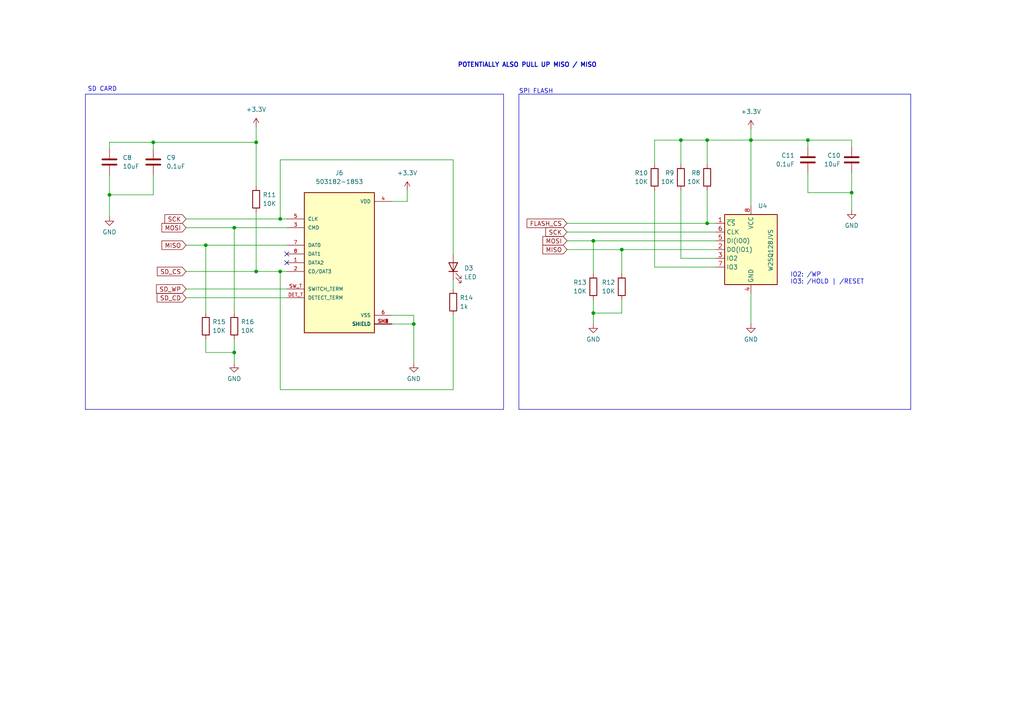
<source format=kicad_sch>
(kicad_sch (version 20230121) (generator eeschema)
  (paper "A4")
  (title_block (title "Memory") (date "2023-02-08") (rev "0.19") (company "AK74"))
  (lib_symbols
    (symbol "Device:C" (pin_numbers hide) (pin_names (offset 0.254))
      (property "Reference" "C" (at 0.635 2.54 0))
      (property "Value" "C" (at 0.635 -2.54 0))
      (symbol "C_0_1"
        (polyline (pts (xy -2.032 -0.762) (xy 2.032 -0.762)) (stroke (width 0.508)))
        (polyline (pts (xy -2.032 0.762) (xy 2.032 0.762)) (stroke (width 0.508)))
      )
      (symbol "C_1_1"
        (pin passive line (at 0 3.81 270) (length 2.794) (name "~") (number "1"))
        (pin passive line (at 0 -3.81 90) (length 2.794) (name "~") (number "2"))
      )
    )
    (symbol "Device:LED" (pin_numbers hide) (pin_names (offset 1.016) hide)
      (property "Reference" "D" (at 0 2.54 0))
      (property "Value" "LED" (at 0 -2.54 0))
      (symbol "LED_0_1"
        (polyline (pts (xy -1.27 -1.27) (xy -1.27 1.27)) (stroke (width 0.254)))
        (polyline (pts (xy -1.27 0) (xy 1.27 0)))
        (polyline (pts (xy 1.27 -1.27) (xy 1.27 1.27) (xy -1.27 0) (xy 1.27 -1.27)) (stroke (width 0.254)))
        (polyline (pts (xy -3.048 -0.762) (xy -4.572 -2.286) (xy -3.81 -2.286) (xy -4.572 -2.286) (xy -4.572 -1.524)))
        (polyline (pts (xy -1.778 -0.762) (xy -3.302 -2.286) (xy -2.54 -2.286) (xy -3.302 -2.286) (xy -3.302 -1.524)))
      )
      (symbol "LED_1_1"
        (pin passive line (at -3.81 0 0) (length 2.54) (name "K") (number "1"))
        (pin passive line (at 3.81 0 180) (length 2.54) (name "A") (number "2"))
      )
    )
    (symbol "Device:R" (pin_numbers hide) (pin_names (offset 0))
      (property "Reference" "R" (at 2.032 0 90))
      (property "Value" "R" (at 0 0 90))
      (symbol "R_0_1"
        (rectangle (start -1.016 -2.54) (end 1.016 2.54) (stroke (width 0.254)))
      )
      (symbol "R_1_1"
        (pin passive line (at 0 3.81 270) (length 1.27) (name "~") (number "1"))
        (pin passive line (at 0 -3.81 90) (length 1.27) (name "~") (number "2"))
      )
    )
    (symbol "W25Q128JVS_1"
      (property "Reference" "U" (at -8.89 8.89 0))
      (property "Value" "W25Q128JVS" (at 7.62 8.89 0))
      (symbol "W25Q128JVS_1_0_1"
        (rectangle (start -7.62 10.16) (end 7.62 -10.16) (stroke (width 0.254)) (fill (type background)))
      )
      (symbol "W25Q128JVS_1_1_1"
        (pin input line (at -10.16 7.62 0) (length 2.54) (name "~{CS}") (number "1"))
        (pin bidirectional line (at -10.16 0 0) (length 2.54) (name "DO(IO1)") (number "2"))
        (pin bidirectional line (at -10.16 -2.54 0) (length 2.54) (name "IO2") (number "3"))
        (pin power_in line (at 0 -12.7 90) (length 2.54) (name "GND") (number "4"))
        (pin bidirectional line (at -10.16 2.54 0) (length 2.54) (name "DI(IO0)") (number "5"))
        (pin input line (at -10.16 5.08 0) (length 2.54) (name "CLK") (number "6"))
        (pin bidirectional line (at -10.16 -5.08 0) (length 2.54) (name "IO3") (number "7"))
        (pin power_in line (at 0 12.7 270) (length 2.54) (name "VCC") (number "8"))
      )
    )
    (symbol "ak74:503182-1853" (pin_names (offset 1.016))
      (property "Reference" "J" (at -10.1769 20.9899 0))
      (property "Value" "503182-1853" (at -10.1645 -22.8702 0))
      (symbol "503182-1853_0_0"
        (rectangle (start -10.16 -20.32) (end 10.16 20.32) (stroke (width 0.254)) (fill (type background)))
        (pin passive line (at -15.24 0 0) (length 5.08) (name "DATA2") (number "1"))
        (pin passive line (at -15.24 -2.54 0) (length 5.08) (name "CD/DAT3") (number "2"))
        (pin passive line (at -15.24 10.16 0) (length 5.08) (name "CMD") (number "3"))
        (pin passive line (at 15.24 17.78 180) (length 5.08) (name "VDD") (number "4"))
        (pin passive line (at -15.24 12.7 0) (length 5.08) (name "CLK") (number "5"))
        (pin passive line (at 15.24 -15.24 180) (length 5.08) (name "VSS") (number "6"))
        (pin passive line (at -15.24 5.08 0) (length 5.08) (name "DAT0") (number "7"))
        (pin passive line (at -15.24 2.54 0) (length 5.08) (name "DAT1") (number "8"))
        (pin passive line (at -15.24 -10.16 0) (length 5.08) (name "DETECT_TERM") (number "DET_T"))
        (pin passive line (at 15.24 -17.78 180) (length 5.08) (name "SHIELD") (number "SH1"))
        (pin passive line (at 15.24 -17.78 180) (length 5.08) (name "SHIELD") (number "SH2"))
        (pin passive line (at 15.24 -17.78 180) (length 5.08) (name "SHIELD") (number "SH3"))
        (pin passive line (at 15.24 -17.78 180) (length 5.08) (name "SHIELD") (number "SH4"))
        (pin passive line (at 15.24 -17.78 180) (length 5.08) (name "SHIELD") (number "SH5"))
        (pin passive line (at -15.24 -7.62 0) (length 5.08) (name "SWITCH_TERM") (number "SW_T"))
      )
    )
    (symbol "power:+3.3V" (power) (pin_names (offset 0))
      (property "Value" "+3.3V" (at 0 3.556 0))
      (symbol "+3.3V_0_1"
        (polyline (pts (xy -0.762 1.27) (xy 0 2.54)))
        (polyline (pts (xy 0 0) (xy 0 2.54)))
        (polyline (pts (xy 0 2.54) (xy 0.762 1.27)))
      )
      (symbol "+3.3V_1_1"
        (pin power_in line (at 0 0 90) (length 0) hide (name "+3.3V") (number "1"))
      )
    )
    (symbol "power:GND" (power) (pin_names (offset 0))
      (property "Value" "GND" (at 0 -3.81 0))
      (symbol "GND_0_1"
        (polyline (pts (xy 0 0) (xy 0 -1.27) (xy 1.27 -1.27) (xy 0 -2.54) (xy -1.27 -1.27) (xy 0 -1.27)))
      )
      (symbol "GND_1_1"
        (pin power_in line (at 0 0 270) (length 0) hide (name "GND") (number "1"))
      )
    )
  )
  (junction (at 120.015 93.98))
  (junction (at 172.085 69.85))
  (junction (at 172.085 90.805))
  (junction (at 81.28 63.5))
  (junction (at 205.105 40.64))
  (junction (at 67.945 102.235))
  (junction (at 247.015 55.88))
  (junction (at 180.34 72.39))
  (junction (at 234.315 40.64))
  (junction (at 217.805 40.64))
  (junction (at 67.945 66.04))
  (junction (at 31.75 56.515))
  (junction (at 74.295 78.74))
  (junction (at 44.45 41.275))
  (junction (at 205.105 64.77))
  (junction (at 81.28 78.74))
  (junction (at 59.69 71.12))
  (junction (at 197.485 40.64))
  (junction (at 74.295 41.275))
  (no_connect (at 83.185 73.66))
  (no_connect (at 83.185 76.2))
  (wire (pts (xy 197.485 40.64) (xy 205.105 40.64)))
  (wire (pts (xy 172.085 69.85) (xy 207.645 69.85)))
  (wire (pts (xy 172.085 69.85) (xy 172.085 79.375)))
  (wire (pts (xy 234.315 40.64) (xy 234.315 42.545)))
  (wire (pts (xy 164.465 72.39) (xy 180.34 72.39)))
  (wire (pts (xy 197.485 55.245) (xy 197.485 74.93)))
  (wire (pts (xy 59.69 102.235) (xy 67.945 102.235)))
  (wire (pts (xy 164.465 69.85) (xy 172.085 69.85)))
  (polyline (pts (xy 150.495 118.745) (xy 264.16 118.745)))
  (wire (pts (xy 247.015 55.88) (xy 247.015 60.96)))
  (wire (pts (xy 131.445 91.44) (xy 131.445 113.03)))
  (wire (pts (xy 81.28 78.74) (xy 83.185 78.74)))
  (wire (pts (xy 44.45 41.275) (xy 44.45 43.18)))
  (polyline (pts (xy 24.765 118.745) (xy 146.05 118.745)))
  (wire (pts (xy 205.105 64.77) (xy 207.645 64.77)))
  (wire (pts (xy 180.34 72.39) (xy 180.34 79.375)))
  (wire (pts (xy 120.015 91.44) (xy 120.015 93.98)))
  (wire (pts (xy 53.975 78.74) (xy 74.295 78.74)))
  (wire (pts (xy 59.69 71.12) (xy 59.69 90.805)))
  (wire (pts (xy 81.28 46.355) (xy 81.28 63.5)))
  (wire (pts (xy 131.445 81.28) (xy 131.445 83.82)))
  (wire (pts (xy 217.805 40.64) (xy 217.805 59.69)))
  (wire (pts (xy 131.445 113.03) (xy 81.28 113.03)))
  (wire (pts (xy 59.69 98.425) (xy 59.69 102.235)))
  (wire (pts (xy 31.75 50.8) (xy 31.75 56.515)))
  (wire (pts (xy 74.295 78.74) (xy 81.28 78.74)))
  (wire (pts (xy 53.975 83.82) (xy 83.185 83.82)))
  (wire (pts (xy 164.465 67.31) (xy 207.645 67.31)))
  (polyline (pts (xy 24.765 27.305) (xy 146.05 27.305)))
  (wire (pts (xy 53.975 86.36) (xy 83.185 86.36)))
  (wire (pts (xy 67.945 66.04) (xy 83.185 66.04)))
  (wire (pts (xy 205.105 40.64) (xy 205.105 47.625)))
  (wire (pts (xy 247.015 50.165) (xy 247.015 55.88)))
  (wire (pts (xy 120.015 93.98) (xy 120.015 105.41)))
  (wire (pts (xy 31.75 43.18) (xy 31.75 41.275)))
  (wire (pts (xy 53.975 63.5) (xy 81.28 63.5)))
  (polyline (pts (xy 150.495 27.305) (xy 264.16 27.305)))
  (wire (pts (xy 131.445 46.355) (xy 131.445 73.66)))
  (wire (pts (xy 180.34 90.805) (xy 172.085 90.805)))
  (wire (pts (xy 189.865 40.64) (xy 197.485 40.64)))
  (wire (pts (xy 31.75 41.275) (xy 44.45 41.275)))
  (wire (pts (xy 247.015 42.545) (xy 247.015 40.64)))
  (wire (pts (xy 59.69 71.12) (xy 83.185 71.12)))
  (wire (pts (xy 118.11 55.245) (xy 118.11 58.42)))
  (wire (pts (xy 74.295 61.595) (xy 74.295 78.74)))
  (wire (pts (xy 172.085 90.805) (xy 172.085 93.98)))
  (wire (pts (xy 113.665 93.98) (xy 120.015 93.98)))
  (wire (pts (xy 74.295 36.83) (xy 74.295 41.275)))
  (wire (pts (xy 180.34 72.39) (xy 207.645 72.39)))
  (wire (pts (xy 197.485 40.64) (xy 197.485 47.625)))
  (wire (pts (xy 53.975 66.04) (xy 67.945 66.04)))
  (wire (pts (xy 74.295 41.275) (xy 74.295 53.975)))
  (wire (pts (xy 31.75 56.515) (xy 44.45 56.515)))
  (wire (pts (xy 67.945 98.425) (xy 67.945 102.235)))
  (wire (pts (xy 180.34 86.995) (xy 180.34 90.805)))
  (wire (pts (xy 113.665 58.42) (xy 118.11 58.42)))
  (wire (pts (xy 247.015 40.64) (xy 234.315 40.64)))
  (wire (pts (xy 113.665 91.44) (xy 120.015 91.44)))
  (wire (pts (xy 164.465 64.77) (xy 205.105 64.77)))
  (polyline (pts (xy 264.16 118.745) (xy 264.16 27.305)))
  (wire (pts (xy 217.805 37.465) (xy 217.805 40.64)))
  (wire (pts (xy 217.805 85.09) (xy 217.805 93.98)))
  (wire (pts (xy 131.445 46.355) (xy 81.28 46.355)))
  (wire (pts (xy 67.945 102.235) (xy 67.945 105.41)))
  (wire (pts (xy 207.645 74.93) (xy 197.485 74.93)))
  (wire (pts (xy 81.28 63.5) (xy 83.185 63.5)))
  (polyline (pts (xy 146.05 118.745) (xy 146.05 27.305)))
  (wire (pts (xy 207.645 77.47) (xy 189.865 77.47)))
  (wire (pts (xy 189.865 55.245) (xy 189.865 77.47)))
  (wire (pts (xy 205.105 40.64) (xy 217.805 40.64)))
  (wire (pts (xy 217.805 40.64) (xy 234.315 40.64)))
  (wire (pts (xy 247.015 55.88) (xy 234.315 55.88)))
  (polyline (pts (xy 24.765 27.305) (xy 24.765 118.745)))
  (wire (pts (xy 31.75 56.515) (xy 31.75 62.865)))
  (wire (pts (xy 234.315 55.88) (xy 234.315 50.165)))
  (wire (pts (xy 44.45 56.515) (xy 44.45 50.8)))
  (wire (pts (xy 81.28 113.03) (xy 81.28 78.74)))
  (wire (pts (xy 67.945 66.04) (xy 67.945 90.805)))
  (wire (pts (xy 44.45 41.275) (xy 74.295 41.275)))
  (wire (pts (xy 205.105 55.245) (xy 205.105 64.77)))
  (polyline (pts (xy 150.495 27.305) (xy 150.495 118.745)))
  (wire (pts (xy 189.865 40.64) (xy 189.865 47.625)))
  (wire (pts (xy 53.975 71.12) (xy 59.69 71.12)))
  (wire (pts (xy 172.085 86.995) (xy 172.085 90.805)))
  (text "SD CARD" (at 25.4 26.67 0) (effects (font (size 1.27 1.27)) (justify left bottom)))
  (text "IO2: /WP\nIO3: /HOLD | /RESET" (at 229.235 82.55 0) (effects (font (size 1.27 1.27)) (justify left bottom)))
  (text "POTENTIALLY ALSO PULL UP MISO / MISO" (at 132.715 19.685 0) (effects (font (size 1.27 1.27) (thickness 0.254) bold) (justify left bottom)))
  (text "SPI FLASH" (at 150.495 27.305 0) (effects (font (size 1.27 1.27)) (justify left bottom)))
  (global_label "SD_CS" (shape input) (at 53.975 78.74 180) (property "Intersheetrefs" "${INTERSHEET_REFS}" (effects hide)))
  (global_label "FLASH_CS" (shape input) (at 164.465 64.77 180) (property "Intersheetrefs" "${INTERSHEET_REFS}" (effects hide)))
  (global_label "SCK" (shape input) (at 53.975 63.5 180) (property "Intersheetrefs" "${INTERSHEET_REFS}" (effects hide)))
  (global_label "MOSI" (shape input) (at 53.975 66.04 180) (property "Intersheetrefs" "${INTERSHEET_REFS}" (effects hide)))
  (global_label "MISO" (shape input) (at 53.975 71.12 180) (property "Intersheetrefs" "${INTERSHEET_REFS}" (effects hide)))
  (global_label "SCK" (shape input) (at 164.465 67.31 180) (property "Intersheetrefs" "${INTERSHEET_REFS}" (effects hide)))
  (global_label "SD_WP" (shape input) (at 53.975 83.82 180) (property "Intersheetrefs" "${INTERSHEET_REFS}" (effects hide)))
  (global_label "SD_CD" (shape input) (at 53.975 86.36 180) (property "Intersheetrefs" "${INTERSHEET_REFS}" (effects hide)))
  (global_label "MOSI" (shape input) (at 164.465 69.85 180) (property "Intersheetrefs" "${INTERSHEET_REFS}" (effects hide)))
  (global_label "MISO" (shape input) (at 164.465 72.39 180) (property "Intersheetrefs" "${INTERSHEET_REFS}" (effects hide)))
  (symbol (lib_id "Device:R") (at 205.105 51.435 0) (mirror y) (unit 1)
    (property "Reference" "R8" (at 203.2 50.1649 0) (effects (justify left)))
    (property "Value" "10K" (at 203.2 52.7049 0) (effects (justify left)))
    (property "Footprint" "Resistor_SMD:R_0603_1608Metric_Pad0.98x0.95mm_HandSolder" (effects hide))
  )
  (symbol (lib_id "power:+3.3V") (at 217.805 37.465 0) (unit 1)
    (property "Reference" "#PWR025" (effects hide))
    (property "Value" "+3.3V" (at 217.805 32.385 0))
  )
  (symbol (lib_id "Device:R") (at 131.445 87.63 0) (unit 1)
    (property "Reference" "R14" (at 133.35 86.3599 0) (effects (justify left)))
    (property "Value" "1k" (at 133.35 88.8999 0) (effects (justify left)))
    (property "Footprint" "Resistor_SMD:R_0603_1608Metric_Pad0.98x0.95mm_HandSolder" (effects hide))
  )
  (symbol (lib_id "ak74:503182-1853") (at 98.425 76.2 0) (unit 1)
    (property "Reference" "J6" (at 98.425 50.165 0))
    (property "Value" "503182-1853" (at 98.425 52.705 0))
    (property "Footprint" "ak74:MOLEX_503182-1853-2" (effects hide))
    (property "STANDARD" "Manufacturer Recommendations" (effects hide))
    (property "MANUFACTURER" "MOLEX" (effects hide))
    (property "PARTREV" "G" (effects hide))
    (property "LCSC" "C266617" (effects hide))
  )
  (symbol (lib_id "power:GND") (at 172.085 93.98 0) (mirror y) (unit 1)
    (property "Reference" "#PWR030" (effects hide))
    (property "Value" "GND" (at 172.085 98.425 0))
  )
  (symbol (lib_id "power:GND") (at 67.945 105.41 0) (unit 1)
    (property "Reference" "#PWR031" (effects hide))
    (property "Value" "GND" (at 67.945 109.855 0))
  )
  (symbol (lib_id "power:+3.3V") (at 74.295 36.83 0) (unit 1)
    (property "Reference" "#PWR024" (effects hide))
    (property "Value" "+3.3V" (at 74.295 31.75 0))
  )
  (symbol (lib_id "Device:R") (at 180.34 83.185 0) (mirror y) (unit 1)
    (property "Reference" "R12" (at 178.435 81.9149 0) (effects (justify left)))
    (property "Value" "10K" (at 178.435 84.4549 0) (effects (justify left)))
    (property "Footprint" "Resistor_SMD:R_0603_1608Metric_Pad0.98x0.95mm_HandSolder" (effects hide))
  )
  (symbol (lib_id "Device:R") (at 59.69 94.615 0) (unit 1)
    (property "Reference" "R15" (at 61.595 93.3449 0) (effects (justify left)))
    (property "Value" "10K" (at 61.595 95.8849 0) (effects (justify left)))
    (property "Footprint" "Resistor_SMD:R_0603_1608Metric_Pad0.98x0.95mm_HandSolder" (effects hide))
  )
  (symbol (lib_id "power:+3.3V") (at 118.11 55.245 0) (unit 1)
    (property "Reference" "#PWR026" (effects hide))
    (property "Value" "+3.3V" (at 118.11 50.165 0))
  )
  (symbol (lib_id "Device:C") (at 247.015 46.355 0) (unit 1)
    (property "Reference" "C10" (at 243.84 45.0849 0) (effects (justify right)))
    (property "Value" "10uF" (at 243.84 47.6249 0) (effects (justify right)))
    (property "Footprint" "Capacitor_SMD:C_0603_1608Metric_Pad1.08x0.95mm_HandSolder" (effects hide))
  )
  (symbol (lib_id "Device:R") (at 172.085 83.185 0) (mirror y) (unit 1)
    (property "Reference" "R13" (at 170.18 81.9149 0) (effects (justify left)))
    (property "Value" "10K" (at 170.18 84.4549 0) (effects (justify left)))
    (property "Footprint" "Resistor_SMD:R_0603_1608Metric_Pad0.98x0.95mm_HandSolder" (effects hide))
  )
  (symbol (lib_id "power:GND") (at 31.75 62.865 0) (unit 1)
    (property "Reference" "#PWR027" (effects hide))
    (property "Value" "GND" (at 31.75 67.31 0))
  )
  (symbol (lib_id "power:GND") (at 120.015 105.41 0) (unit 1)
    (property "Reference" "#PWR032" (effects hide))
    (property "Value" "GND" (at 120.015 109.855 0))
  )
  (symbol (lib_id "Device:C") (at 234.315 46.355 0) (mirror y) (unit 1)
    (property "Reference" "C11" (at 230.505 45.0849 0) (effects (justify left)))
    (property "Value" "0.1uF" (at 230.505 47.6249 0) (effects (justify left)))
    (property "Footprint" "Capacitor_SMD:C_0603_1608Metric_Pad1.08x0.95mm_HandSolder" (effects hide))
  )
  (symbol (lib_name "W25Q128JVS_1") (lib_id "Memory_Flash:W25Q128JVS") (at 217.805 72.39 0) (unit 1)
    (property "Reference" "U4" (at 219.8244 59.69 0) (effects (justify left)))
    (property "Value" "W25Q128JVS" (at 223.52 78.74 90) (effects (justify left)))
    (property "Footprint" "Package_SO:SOIC-8_5.23x5.23mm_P1.27mm" (effects hide))
    (property "Datasheet" "http://www.winbond.com/resource-files/w25q128jv_dtr%20revc%2003272018%20plus.pdf" (effects hide))
    (property "LCSC" "C571265" (effects hide))
  )
  (symbol (lib_id "Device:C") (at 44.45 46.99 0) (unit 1)
    (property "Reference" "C9" (at 48.26 45.7199 0) (effects (justify left)))
    (property "Value" "0.1uF" (at 48.26 48.2599 0) (effects (justify left)))
    (property "Footprint" "Capacitor_SMD:C_0603_1608Metric_Pad1.08x0.95mm_HandSolder" (effects hide))
  )
  (symbol (lib_id "Device:R") (at 189.865 51.435 0) (mirror y) (unit 1)
    (property "Reference" "R10" (at 187.96 50.1649 0) (effects (justify left)))
    (property "Value" "10K" (at 187.96 52.7049 0) (effects (justify left)))
    (property "Footprint" "Resistor_SMD:R_0603_1608Metric_Pad0.98x0.95mm_HandSolder" (effects hide))
  )
  (symbol (lib_id "power:GND") (at 217.805 93.98 0) (unit 1)
    (property "Reference" "#PWR029" (effects hide))
    (property "Value" "GND" (at 217.805 98.425 0))
  )
  (symbol (lib_id "Device:LED") (at 131.445 77.47 90) (unit 1)
    (property "Reference" "D3" (at 134.62 77.7874 90) (effects (justify right)))
    (property "Value" "LED" (at 134.62 80.3274 90) (effects (justify right)))
    (property "Footprint" "LED_SMD:LED_0603_1608Metric_Pad1.05x0.95mm_HandSolder" (effects hide))
  )
  (symbol (lib_id "Device:R") (at 197.485 51.435 0) (mirror y) (unit 1)
    (property "Reference" "R9" (at 195.58 50.1649 0) (effects (justify left)))
    (property "Value" "10K" (at 195.58 52.7049 0) (effects (justify left)))
    (property "Footprint" "Resistor_SMD:R_0603_1608Metric_Pad0.98x0.95mm_HandSolder" (effects hide))
  )
  (symbol (lib_id "Device:C") (at 31.75 46.99 0) (unit 1)
    (property "Reference" "C8" (at 35.56 45.7199 0) (effects (justify left)))
    (property "Value" "10uF" (at 35.56 48.2599 0) (effects (justify left)))
    (property "Footprint" "Capacitor_SMD:C_0603_1608Metric_Pad1.08x0.95mm_HandSolder" (effects hide))
  )
  (symbol (lib_id "Device:R") (at 67.945 94.615 0) (unit 1)
    (property "Reference" "R16" (at 69.85 93.3449 0) (effects (justify left)))
    (property "Value" "10K" (at 69.85 95.8849 0) (effects (justify left)))
    (property "Footprint" "Resistor_SMD:R_0603_1608Metric_Pad0.98x0.95mm_HandSolder" (effects hide))
  )
  (symbol (lib_id "Device:R") (at 74.295 57.785 0) (unit 1)
    (property "Reference" "R11" (at 76.2 56.5149 0) (effects (justify left)))
    (property "Value" "10K" (at 76.2 59.0549 0) (effects (justify left)))
    (property "Footprint" "Resistor_SMD:R_0603_1608Metric_Pad0.98x0.95mm_HandSolder" (effects hide))
  )
  (symbol (lib_id "power:GND") (at 247.015 60.96 0) (mirror y) (unit 1)
    (property "Reference" "#PWR028" (effects hide))
    (property "Value" "GND" (at 247.015 65.405 0))
  )
)
</source>
